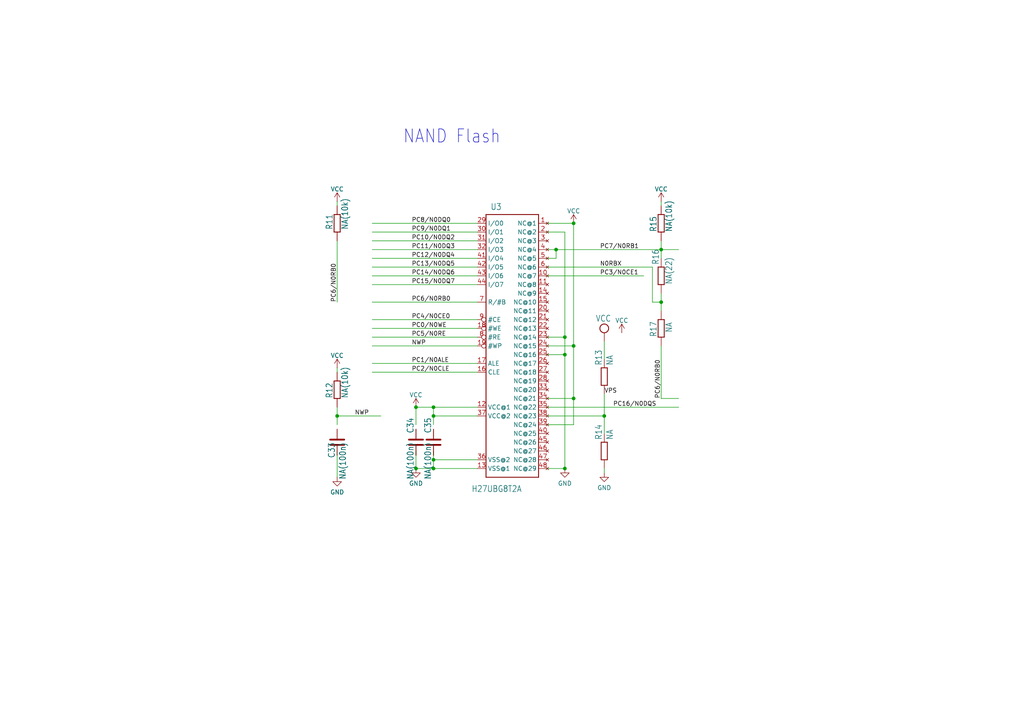
<source format=kicad_sch>
(kicad_sch (version 20231120) (generator "eeschema") (generator_version "8.0")
  (paper "A4")
  (lib_symbols
    (symbol "Device:C" (pin_numbers hide) (pin_names (offset 0.254))
      (property "Reference" "C" (at 0.635 2.54 0))
      (property "Value" "C" (at 0.635 -2.54 0))
      (symbol "C_0_1"
        (polyline (pts (xy -2.032 -0.762) (xy 2.032 -0.762)) (stroke (width 0.508)))
        (polyline (pts (xy -2.032 0.762) (xy 2.032 0.762)) (stroke (width 0.508)))
      )
      (symbol "C_1_1"
        (pin passive line (at 0 3.81 270) (length 2.794) (name "~") (number "1"))
        (pin passive line (at 0 -3.81 90) (length 2.794) (name "~") (number "2"))
      )
    )
    (symbol "Library:H27UBG8T2A"
      (property "Reference" "U" (at -6.35 39.37 0))
      (symbol "H27UBG8T2A_1_0"
        (polyline (pts (xy -7.62 -38.1) (xy 7.62 -38.1)) (stroke (width 0.254)))
        (polyline (pts (xy -7.62 38.1) (xy -7.62 -38.1)) (stroke (width 0.254)))
        (polyline (pts (xy 7.62 -38.1) (xy 7.62 38.1)) (stroke (width 0.254)))
        (polyline (pts (xy 7.62 38.1) (xy -7.62 38.1)) (stroke (width 0.254)))
        (pin no_connect line (at -10.16 35.56 0) (length 2.54) (name "NC@1") (number "1"))
        (pin no_connect line (at -10.16 20.32 0) (length 2.54) (name "NC@7") (number "10"))
        (pin no_connect line (at -10.16 17.78 0) (length 2.54) (name "NC@8") (number "11"))
        (pin power_in line (at 10.16 -17.78 180) (length 2.54) (name "VCC@1") (number "12"))
        (pin power_in line (at 10.16 -35.56 180) (length 2.54) (name "VSS@1") (number "13"))
        (pin no_connect line (at -10.16 15.24 0) (length 2.54) (name "NC@9") (number "14"))
        (pin no_connect line (at -10.16 12.7 0) (length 2.54) (name "NC@10") (number "15"))
        (pin input line (at 10.16 -7.62 180) (length 2.54) (name "CLE") (number "16"))
        (pin input line (at 10.16 -5.08 180) (length 2.54) (name "ALE") (number "17"))
        (pin input inverted (at 10.16 5.08 180) (length 2.54) (name "#WE") (number "18"))
        (pin input inverted (at 10.16 0 180) (length 2.54) (name "#WP") (number "19"))
        (pin no_connect line (at -10.16 33.02 0) (length 2.54) (name "NC@2") (number "2"))
        (pin no_connect line (at -10.16 10.16 0) (length 2.54) (name "NC@11") (number "20"))
        (pin no_connect line (at -10.16 7.62 0) (length 2.54) (name "NC@12") (number "21"))
        (pin no_connect line (at -10.16 5.08 0) (length 2.54) (name "NC@13") (number "22"))
        (pin no_connect line (at -10.16 2.54 0) (length 2.54) (name "NC@14") (number "23"))
        (pin no_connect line (at -10.16 0 0) (length 2.54) (name "NC@15") (number "24"))
        (pin no_connect line (at -10.16 -2.54 0) (length 2.54) (name "NC@16") (number "25"))
        (pin no_connect line (at -10.16 -5.08 0) (length 2.54) (name "NC@17") (number "26"))
        (pin no_connect line (at -10.16 -7.62 0) (length 2.54) (name "NC@18") (number "27"))
        (pin no_connect line (at -10.16 -10.16 0) (length 2.54) (name "NC@19") (number "28"))
        (pin bidirectional line (at 10.16 35.56 180) (length 2.54) (name "I/O0") (number "29"))
        (pin no_connect line (at -10.16 30.48 0) (length 2.54) (name "NC@3") (number "3"))
        (pin bidirectional line (at 10.16 33.02 180) (length 2.54) (name "I/O1") (number "30"))
        (pin bidirectional line (at 10.16 30.48 180) (length 2.54) (name "I/O2") (number "31"))
        (pin bidirectional line (at 10.16 27.94 180) (length 2.54) (name "I/O3") (number "32"))
        (pin no_connect line (at -10.16 -12.7 0) (length 2.54) (name "NC@20") (number "33"))
        (pin no_connect line (at -10.16 -15.24 0) (length 2.54) (name "NC@21") (number "34"))
        (pin no_connect line (at -10.16 -17.78 0) (length 2.54) (name "NC@22") (number "35"))
        (pin power_in line (at 10.16 -33.02 180) (length 2.54) (name "VSS@2") (number "36"))
        (pin power_in line (at 10.16 -20.32 180) (length 2.54) (name "VCC@2") (number "37"))
        (pin no_connect line (at -10.16 -20.32 0) (length 2.54) (name "NC@23") (number "38"))
        (pin no_connect line (at -10.16 -22.86 0) (length 2.54) (name "NC@24") (number "39"))
        (pin no_connect line (at -10.16 27.94 0) (length 2.54) (name "NC@4") (number "4"))
        (pin no_connect line (at -10.16 -25.4 0) (length 2.54) (name "NC@25") (number "40"))
        (pin bidirectional line (at 10.16 25.4 180) (length 2.54) (name "I/O4") (number "41"))
        (pin bidirectional line (at 10.16 22.86 180) (length 2.54) (name "I/O5") (number "42"))
        (pin bidirectional line (at 10.16 20.32 180) (length 2.54) (name "I/O6") (number "43"))
        (pin bidirectional line (at 10.16 17.78 180) (length 2.54) (name "I/O7") (number "44"))
        (pin no_connect line (at -10.16 -27.94 0) (length 2.54) (name "NC@26") (number "45"))
        (pin no_connect line (at -10.16 -30.48 0) (length 2.54) (name "NC@27") (number "46"))
        (pin no_connect line (at -10.16 -33.02 0) (length 2.54) (name "NC@28") (number "47"))
        (pin no_connect line (at -10.16 -35.56 0) (length 2.54) (name "NC@29") (number "48"))
        (pin no_connect line (at -10.16 25.4 0) (length 2.54) (name "NC@5") (number "5"))
        (pin no_connect line (at -10.16 22.86 0) (length 2.54) (name "NC@6") (number "6"))
        (pin output line (at 10.16 12.7 180) (length 2.54) (name "R/#B") (number "7"))
        (pin input inverted (at 10.16 2.54 180) (length 2.54) (name "#RE") (number "8"))
        (pin input inverted (at 10.16 7.62 180) (length 2.54) (name "#CE") (number "9"))
      )
    )
    (symbol "Library:R-EU_R0402_TI"
      (property "Reference" "R" (at -3.81 1.4986 0))
      (symbol "R-EU_R0402_TI_1_0"
        (polyline (pts (xy -2.54 -0.889) (xy -2.54 0.889)) (stroke (width 0.254)))
        (polyline (pts (xy -2.54 -0.889) (xy 2.54 -0.889)) (stroke (width 0.254)))
        (polyline (pts (xy 2.54 -0.889) (xy 2.54 0.889)) (stroke (width 0.254)))
        (polyline (pts (xy 2.54 0.889) (xy -2.54 0.889)) (stroke (width 0.254)))
        (pin passive line (at -5.08 0 0) (length 2.54) (name "1") (number "1"))
        (pin passive line (at 5.08 0 180) (length 2.54) (name "2") (number "2"))
      )
    )
    (symbol "Library:R-EU_R0603_5MIL_DWS"
      (property "Reference" "R" (at -3.81 1.4986 0))
      (symbol "R-EU_R0603_5MIL_DWS_1_0"
        (polyline (pts (xy -2.54 -0.889) (xy -2.54 0.889)) (stroke (width 0.254)))
        (polyline (pts (xy -2.54 -0.889) (xy 2.54 -0.889)) (stroke (width 0.254)))
        (polyline (pts (xy 2.54 -0.889) (xy 2.54 0.889)) (stroke (width 0.254)))
        (polyline (pts (xy 2.54 0.889) (xy -2.54 0.889)) (stroke (width 0.254)))
        (pin passive line (at -5.08 0 0) (length 2.54) (name "1") (number "1"))
        (pin passive line (at 5.08 0 180) (length 2.54) (name "2") (number "2"))
      )
    )
    (symbol "Library:VCC" (power)
      (symbol "VCC_1_0"
        (circle (center 0 1.27) (radius 1.27) (stroke (width 0.254)))
        (pin power_in line (at 0 -2.54 90) (length 2.54) (name "VCC") (number "1"))
      )
    )
    (symbol "power:+3.3V" (power) (pin_numbers hide) (pin_names (offset 0) hide)
      (property "Value" "+3.3V" (at 0 3.556 0))
      (symbol "+3.3V_0_1"
        (polyline (pts (xy -0.762 1.27) (xy 0 2.54)))
        (polyline (pts (xy 0 0) (xy 0 2.54)))
        (polyline (pts (xy 0 2.54) (xy 0.762 1.27)))
      )
      (symbol "+3.3V_1_1"
        (pin power_in line (at 0 0 90) (length 0) (name "~") (number "1"))
      )
    )
    (symbol "power:GND" (power) (pin_numbers hide) (pin_names (offset 0) hide)
      (property "Value" "GND" (at 0 -3.81 0))
      (symbol "GND_0_1"
        (polyline (pts (xy 0 0) (xy 0 -1.27) (xy 1.27 -1.27) (xy 0 -2.54) (xy -1.27 -1.27) (xy 0 -1.27)))
      )
      (symbol "GND_1_1"
        (pin power_in line (at 0 0 270) (length 0) (name "~") (number "1"))
      )
    )
  )
  (junction (at 125.73 135.89))
  (junction (at 125.73 118.11))
  (junction (at 191.77 72.39))
  (junction (at 175.26 120.65))
  (junction (at 125.73 120.65))
  (junction (at 163.83 102.87))
  (junction (at 191.77 87.63))
  (junction (at 97.79 120.65))
  (junction (at 125.73 133.35))
  (junction (at 120.65 135.89))
  (junction (at 161.29 72.39))
  (junction (at 163.83 135.89))
  (junction (at 166.37 64.77))
  (junction (at 163.83 97.79))
  (junction (at 166.37 100.33))
  (junction (at 120.65 118.11))
  (junction (at 166.37 115.57))
  (wire (pts (xy 191.77 74.93) (xy 191.77 72.39)) (stroke (width 0.1524)))
  (wire (pts (xy 125.73 135.89) (xy 120.65 135.89)) (stroke (width 0.1524)))
  (wire (pts (xy 166.37 115.57) (xy 166.37 123.19)) (stroke (width 0.1524)))
  (wire (pts (xy 175.26 120.65) (xy 175.26 114.3)) (stroke (width 0.1524)))
  (wire (pts (xy 107.95 95.25) (xy 138.43 95.25)))
  (wire (pts (xy 163.83 102.87) (xy 158.75 102.87)) (stroke (width 0.1524)))
  (wire (pts (xy 107.95 105.41) (xy 138.43 105.41)) (stroke (width 0.1524)))
  (wire (pts (xy 120.65 135.89) (xy 120.65 130.81)) (stroke (width 0.1524)))
  (wire (pts (xy 189.23 87.63) (xy 191.77 87.63)) (stroke (width 0.1524)))
  (wire (pts (xy 158.75 77.47) (xy 189.23 77.47)) (stroke (width 0.1524)))
  (wire (pts (xy 107.95 107.95) (xy 138.43 107.95)) (stroke (width 0.1524)))
  (wire (pts (xy 125.73 118.11) (xy 125.73 120.65)) (stroke (width 0.1524)))
  (wire (pts (xy 138.43 118.11) (xy 125.73 118.11)) (stroke (width 0.1524)))
  (wire (pts (xy 166.37 115.57) (xy 158.75 115.57)) (stroke (width 0.1524)))
  (wire (pts (xy 166.37 64.77) (xy 166.37 100.33)) (stroke (width 0.1524)))
  (wire (pts (xy 166.37 100.33) (xy 158.75 100.33)) (stroke (width 0.1524)))
  (wire (pts (xy 107.95 69.85) (xy 138.43 69.85)))
  (wire (pts (xy 107.95 97.79) (xy 138.43 97.79)) (stroke (width 0.1524)))
  (wire (pts (xy 163.83 97.79) (xy 163.83 102.87)) (stroke (width 0.1524)))
  (wire (pts (xy 158.75 74.93) (xy 161.29 74.93)) (stroke (width 0.1524)))
  (wire (pts (xy 158.75 118.11) (xy 196.85 118.11)) (stroke (width 0.1524)))
  (wire (pts (xy 125.73 133.35) (xy 125.73 130.81)) (stroke (width 0.1524)))
  (wire (pts (xy 158.75 80.01) (xy 186.69 80.01)) (stroke (width 0.1524)))
  (wire (pts (xy 97.79 123.19) (xy 97.79 120.65)) (stroke (width 0.1524)))
  (wire (pts (xy 107.95 74.93) (xy 138.43 74.93)))
  (wire (pts (xy 166.37 100.33) (xy 166.37 115.57)) (stroke (width 0.1524)))
  (wire (pts (xy 163.83 67.31) (xy 163.83 97.79)) (stroke (width 0.1524)))
  (wire (pts (xy 161.29 72.39) (xy 191.77 72.39)) (stroke (width 0.1524)))
  (wire (pts (xy 107.95 77.47) (xy 138.43 77.47)))
  (wire (pts (xy 107.95 67.31) (xy 138.43 67.31)))
  (wire (pts (xy 191.77 87.63) (xy 191.77 85.09)) (stroke (width 0.1524)))
  (wire (pts (xy 189.23 77.47) (xy 189.23 87.63)) (stroke (width 0.1524)))
  (wire (pts (xy 120.65 118.11) (xy 120.65 123.19)) (stroke (width 0.1524)))
  (wire (pts (xy 107.95 100.33) (xy 138.43 100.33)) (stroke (width 0.1524)))
  (wire (pts (xy 97.79 120.65) (xy 97.79 118.11)) (stroke (width 0.1524)))
  (wire (pts (xy 163.83 135.89) (xy 158.75 135.89)) (stroke (width 0.1524)))
  (wire (pts (xy 107.95 87.63) (xy 138.43 87.63)))
  (wire (pts (xy 107.95 80.01) (xy 138.43 80.01)))
  (wire (pts (xy 97.79 87.63) (xy 97.79 69.85)) (stroke (width 0.1524)))
  (wire (pts (xy 191.77 72.39) (xy 191.77 69.85)) (stroke (width 0.1524)))
  (wire (pts (xy 163.83 97.79) (xy 158.75 97.79)) (stroke (width 0.1524)))
  (wire (pts (xy 158.75 72.39) (xy 161.29 72.39)) (stroke (width 0.1524)))
  (wire (pts (xy 158.75 120.65) (xy 175.26 120.65)) (stroke (width 0.1524)))
  (wire (pts (xy 97.79 106.68) (xy 97.79 107.95)) (stroke (width 0.1524)))
  (wire (pts (xy 175.26 99.06) (xy 175.26 104.14)) (stroke (width 0.1524)))
  (wire (pts (xy 161.29 74.93) (xy 161.29 72.39)) (stroke (width 0.1524)))
  (wire (pts (xy 97.79 59.69) (xy 97.79 58.42)) (stroke (width 0.1524)))
  (wire (pts (xy 175.26 125.73) (xy 175.26 120.65)) (stroke (width 0.1524)))
  (wire (pts (xy 175.26 137.16) (xy 175.26 135.89)) (stroke (width 0.1524)))
  (wire (pts (xy 138.43 133.35) (xy 125.73 133.35)) (stroke (width 0.1524)))
  (wire (pts (xy 107.95 82.55) (xy 138.43 82.55)))
  (wire (pts (xy 191.77 100.33) (xy 191.77 115.57)) (stroke (width 0.1524)))
  (wire (pts (xy 125.73 118.11) (xy 120.65 118.11)) (stroke (width 0.1524)))
  (wire (pts (xy 107.95 64.77) (xy 138.43 64.77)))
  (wire (pts (xy 191.77 90.17) (xy 191.77 87.63)) (stroke (width 0.1524)))
  (wire (pts (xy 97.79 138.43) (xy 97.79 130.81)) (stroke (width 0.1524)))
  (wire (pts (xy 107.95 92.71) (xy 138.43 92.71)))
  (wire (pts (xy 110.49 120.65) (xy 97.79 120.65)) (stroke (width 0.1524)))
  (wire (pts (xy 163.83 102.87) (xy 163.83 135.89)) (stroke (width 0.1524)))
  (wire (pts (xy 158.75 67.31) (xy 163.83 67.31)) (stroke (width 0.1524)))
  (wire (pts (xy 166.37 123.19) (xy 158.75 123.19)) (stroke (width 0.1524)))
  (wire (pts (xy 107.95 72.39) (xy 138.43 72.39)))
  (wire (pts (xy 125.73 120.65) (xy 125.73 123.19)) (stroke (width 0.1524)))
  (wire (pts (xy 138.43 120.65) (xy 125.73 120.65)) (stroke (width 0.1524)))
  (wire (pts (xy 158.75 64.77) (xy 166.37 64.77)) (stroke (width 0.1524)))
  (wire (pts (xy 196.85 72.39) (xy 191.77 72.39)) (stroke (width 0.1524)))
  (wire (pts (xy 191.77 59.69) (xy 191.77 58.42)) (stroke (width 0.1524)))
  (wire (pts (xy 196.85 115.57) (xy 191.77 115.57)) (stroke (width 0.1524)))
  (wire (pts (xy 138.43 135.89) (xy 125.73 135.89)) (stroke (width 0.1524)))
  (wire (pts (xy 125.73 133.35) (xy 125.73 135.89)) (stroke (width 0.1524)))
  (text "NAND Flash" (at 116.84 41.91 0) (effects (font (size 3.81 3.2385)) (justify left bottom)))
  (label "PC10/N0DQ2" (at 119.38 69.85 0) (effects (font (size 1.2446 1.2446))))
  (label "N0RBX" (at 173.99 77.47 0) (effects (font (size 1.2446 1.2446))))
  (label "PC16/N0DQS" (at 177.8 118.11 0) (effects (font (size 1.2446 1.2446))))
  (label "PC7/N0RB1" (at 173.99 72.39 0) (effects (font (size 1.2446 1.2446))))
  (label "PC14/N0DQ6" (at 119.38 80.01 0) (effects (font (size 1.2446 1.2446))))
  (label "NWP" (at 119.38 100.33 0) (effects (font (size 1.2446 1.2446))))
  (label "PC6/N0RB0" (at 97.79 87.63 90) (effects (font (size 1.2446 1.2446))))
  (label "NWP" (at 102.87 120.65 0) (effects (font (size 1.2446 1.2446))))
  (label "PC12/N0DQ4" (at 119.38 74.93 0) (effects (font (size 1.2446 1.2446))))
  (label "PC2/N0CLE" (at 119.38 107.95 0) (effects (font (size 1.2446 1.2446))))
  (label "PC6/N0RB0" (at 191.77 115.57 90) (effects (font (size 1.2446 1.2446))))
  (label "PC11/N0DQ3" (at 119.38 72.39 0) (effects (font (size 1.2446 1.2446))))
  (label "PC15/N0DQ7" (at 119.38 82.55 0) (effects (font (size 1.2446 1.2446))))
  (label "PC0/N0WE" (at 119.38 95.25 0) (effects (font (size 1.2446 1.2446))))
  (label "PC8/N0DQ0" (at 119.38 64.77 0) (effects (font (size 1.2446 1.2446))))
  (label "VPS" (at 175.26 114.3 0) (effects (font (size 1.2446 1.2446))))
  (label "PC1/N0ALE" (at 119.38 105.41 0) (effects (font (size 1.2446 1.2446))))
  (label "PC6/N0RB0" (at 119.38 87.63 0) (effects (font (size 1.2446 1.2446))))
  (label "PC3/N0CE1" (at 173.99 80.01 0) (effects (font (size 1.2446 1.2446))))
  (label "PC5/N0RE" (at 119.38 97.79 0) (effects (font (size 1.2446 1.2446))))
  (label "PC13/N0DQ5" (at 119.38 77.47 0) (effects (font (size 1.2446 1.2446))))
  (label "PC9/N0DQ1" (at 119.38 67.31 0) (effects (font (size 1.2446 1.2446))))
  (label "PC4/N0CE0" (at 119.38 92.71 0) (effects (font (size 1.2446 1.2446))))
  (symbol (lib_id "Library:VCC") (at 175.26 96.52 0) (mirror y) (unit 1)
    (property "Reference" "#V05" (effects (hide yes)))
    (property "Value" "VCC" (at 172.72 93.345 0) (effects (font (size 1.778 1.5113)) (justify right bottom)))
  )
  (symbol (lib_id "Device:C") (at 120.65 128.27 180) (unit 1)
    (property "Reference" "C34" (at 120.015 125.73 90) (effects (font (size 1.778 1.5113)) (justify right top)))
    (property "Value" "NA(100n)" (at 120.015 128.27 90) (effects (font (size 1.778 1.5113)) (justify left top)))
    (property "Footprint" "A33-OLinuXino_Rev_C:C0402_TI" (effects (hide yes)))
    (property "Description" "Unpolarized capacitor" (effects (hide yes)))
  )
  (symbol (lib_id "Library:R-EU_R0603_5MIL_DWS") (at 97.79 113.03 90) (mirror x) (unit 1)
    (property "Reference" "R12" (at 96.52 115.57 0) (effects (font (size 1.778 1.5113)) (justify right bottom)))
    (property "Value" "NA(10k)" (at 99.06 115.57 0) (effects (font (size 1.778 1.5113)) (justify right top)))
    (property "Footprint" "A33-OLinuXino_Rev_C:R0603_5MIL_DWS" (effects (hide yes)))
  )
  (symbol (lib_id "Library:R-EU_R0603_5MIL_DWS") (at 175.26 130.81 90) (mirror x) (unit 1)
    (property "Reference" "R14" (at 174.625 127.635 0) (effects (font (size 1.778 1.5113)) (justify right bottom)))
    (property "Value" "NA" (at 175.895 127.635 0) (effects (font (size 1.778 1.5113)) (justify right top)))
    (property "Footprint" "A33-OLinuXino_Rev_C:R0603_5MIL_DWS" (effects (hide yes)))
  )
  (symbol (lib_id "power:+3.3V") (at 180.34 96.52 0) (unit 1)
    (property "Reference" "#PWR031" (effects (hide yes)))
    (property "Value" "VCC" (at 180.34 92.964 0))
    (property "Description" "Power symbol creates a global label with name \"+3.3V\"" (effects (hide yes)))
  )
  (symbol (lib_id "power:GND") (at 120.65 135.89 0) (unit 1)
    (property "Reference" "#PWR023" (effects (hide yes)))
    (property "Value" "GND" (at 120.65 140.208 0))
    (property "Description" "Power symbol creates a global label with name \"GND\" , ground" (effects (hide yes)))
  )
  (symbol (lib_id "Library:H27UBG8T2A") (at 148.59 100.33 0) (mirror y) (unit 1)
    (property "Reference" "U3" (at 142.24 60.96 0) (effects (font (size 1.778 1.5113)) (justify right bottom)))
    (property "Value" "H27UBG8T2A" (at 151.384 142.748 0) (effects (font (size 1.778 1.5113)) (justify left bottom)))
    (property "Footprint" "A33-OLinuXino_Rev_C:TSOP48" (effects (hide yes)))
  )
  (symbol (lib_id "power:GND") (at 97.79 138.43 0) (unit 1)
    (property "Reference" "#PWR022" (effects (hide yes)))
    (property "Value" "GND" (at 97.79 142.748 0))
    (property "Description" "Power symbol creates a global label with name \"GND\" , ground" (effects (hide yes)))
  )
  (symbol (lib_id "Library:R-EU_R0603_5MIL_DWS") (at 97.79 64.77 270) (unit 1)
    (property "Reference" "R11" (at 96.52 66.675 0) (effects (font (size 1.778 1.5113)) (justify right top)))
    (property "Value" "NA(10k)" (at 99.06 66.675 0) (effects (font (size 1.778 1.5113)) (justify right bottom)))
    (property "Footprint" "A33-OLinuXino_Rev_C:R0603_5MIL_DWS" (effects (hide yes)))
  )
  (symbol (lib_id "power:+3.3V") (at 97.79 106.68 0) (unit 1)
    (property "Reference" "#PWR027" (effects (hide yes)))
    (property "Value" "VCC" (at 97.79 103.124 0))
    (property "Description" "Power symbol creates a global label with name \"+3.3V\"" (effects (hide yes)))
  )
  (symbol (lib_id "power:+3.3V") (at 120.65 118.11 0) (unit 1)
    (property "Reference" "#PWR028" (effects (hide yes)))
    (property "Value" "VCC" (at 120.65 114.554 0))
    (property "Description" "Power symbol creates a global label with name \"+3.3V\"" (effects (hide yes)))
  )
  (symbol (lib_id "power:GND") (at 163.83 135.89 0) (unit 1)
    (property "Reference" "#PWR024" (effects (hide yes)))
    (property "Value" "GND" (at 163.83 140.208 0))
    (property "Description" "Power symbol creates a global label with name \"GND\" , ground" (effects (hide yes)))
  )
  (symbol (lib_id "Device:C") (at 97.79 128.27 180) (unit 1)
    (property "Reference" "C33" (at 97.155 128.27 90) (effects (font (size 1.778 1.5113)) (justify left top)))
    (property "Value" "NA(100n)" (at 98.425 128.27 90) (effects (font (size 1.778 1.5113)) (justify left bottom)))
    (property "Footprint" "A33-OLinuXino_Rev_C:C0402_TI" (effects (hide yes)))
    (property "Description" "Unpolarized capacitor" (effects (hide yes)))
  )
  (symbol (lib_id "power:+3.3V") (at 191.77 58.42 0) (unit 1)
    (property "Reference" "#PWR030" (effects (hide yes)))
    (property "Value" "VCC" (at 191.77 54.864 0))
    (property "Description" "Power symbol creates a global label with name \"+3.3V\"" (effects (hide yes)))
  )
  (symbol (lib_id "power:+3.3V") (at 166.37 64.77 0) (unit 1)
    (property "Reference" "#PWR029" (effects (hide yes)))
    (property "Value" "VCC" (at 166.37 61.214 0))
    (property "Description" "Power symbol creates a global label with name \"+3.3V\"" (effects (hide yes)))
  )
  (symbol (lib_id "power:GND") (at 175.26 137.16 0) (unit 1)
    (property "Reference" "#PWR025" (effects (hide yes)))
    (property "Value" "GND" (at 175.26 141.478 0))
    (property "Description" "Power symbol creates a global label with name \"GND\" , ground" (effects (hide yes)))
  )
  (symbol (lib_id "Library:R-EU_R0603_5MIL_DWS") (at 175.26 109.22 90) (mirror x) (unit 1)
    (property "Reference" "R13" (at 174.625 106.045 0) (effects (font (size 1.778 1.5113)) (justify right bottom)))
    (property "Value" "NA" (at 175.895 106.045 0) (effects (font (size 1.778 1.5113)) (justify right top)))
    (property "Footprint" "A33-OLinuXino_Rev_C:R0603_5MIL_DWS" (effects (hide yes)))
  )
  (symbol (lib_id "Library:R-EU_R0603_5MIL_DWS") (at 191.77 95.25 270) (unit 1)
    (property "Reference" "R17" (at 190.5 97.79 0) (effects (font (size 1.778 1.5113)) (justify right top)))
    (property "Value" "NA" (at 193.04 96.52 0) (effects (font (size 1.778 1.5113)) (justify right bottom)))
    (property "Footprint" "A33-OLinuXino_Rev_C:R0603_5MIL_DWS" (effects (hide yes)))
  )
  (symbol (lib_id "Library:R-EU_R0603_5MIL_DWS") (at 191.77 64.77 270) (unit 1)
    (property "Reference" "R15" (at 190.5 67.31 0) (effects (font (size 1.778 1.5113)) (justify right top)))
    (property "Value" "NA(10k)" (at 193.04 67.31 0) (effects (font (size 1.778 1.5113)) (justify right bottom)))
    (property "Footprint" "A33-OLinuXino_Rev_C:R0603_5MIL_DWS" (effects (hide yes)))
  )
  (symbol (lib_id "Library:R-EU_R0402_TI") (at 191.77 80.01 270) (unit 1)
    (property "Reference" "R16" (at 191.135 76.835 0) (effects (font (size 1.778 1.5113)) (justify right top)))
    (property "Value" "NA(22)" (at 193.04 82.55 0) (effects (font (size 1.778 1.5113)) (justify right bottom)))
    (property "Footprint" "A33-OLinuXino_Rev_C:R0402_TI" (effects (hide yes)))
  )
  (symbol (lib_id "Device:C") (at 125.73 128.27 0) (mirror x) (unit 1)
    (property "Reference" "C35" (at 125.095 125.73 90) (effects (font (size 1.778 1.5113)) (justify right bottom)))
    (property "Value" "NA(100n)" (at 125.095 128.27 90) (effects (font (size 1.778 1.5113)) (justify left bottom)))
    (property "Footprint" "A33-OLinuXino_Rev_C:C0402_TI" (effects (hide yes)))
    (property "Description" "Unpolarized capacitor" (effects (hide yes)))
  )
  (symbol (lib_id "power:+3.3V") (at 97.79 58.42 0) (unit 1)
    (property "Reference" "#PWR026" (effects (hide yes)))
    (property "Value" "VCC" (at 97.79 54.864 0))
    (property "Description" "Power symbol creates a global label with name \"+3.3V\"" (effects (hide yes)))
  )
)
</source>
